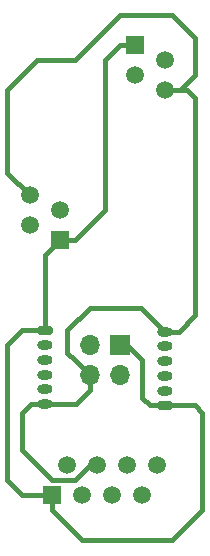
<source format=gtl>
G04 #@! TF.GenerationSoftware,KiCad,Pcbnew,(5.1.10)-1*
G04 #@! TF.CreationDate,2021-10-24T19:52:58-07:00*
G04 #@! TF.ProjectId,project,70726f6a-6563-4742-9e6b-696361645f70,rev?*
G04 #@! TF.SameCoordinates,Original*
G04 #@! TF.FileFunction,Copper,L1,Top*
G04 #@! TF.FilePolarity,Positive*
%FSLAX46Y46*%
G04 Gerber Fmt 4.6, Leading zero omitted, Abs format (unit mm)*
G04 Created by KiCad (PCBNEW (5.1.10)-1) date 2021-10-24 19:52:58*
%MOMM*%
%LPD*%
G01*
G04 APERTURE LIST*
G04 #@! TA.AperFunction,ComponentPad*
%ADD10R,1.500000X1.500000*%
G04 #@! TD*
G04 #@! TA.AperFunction,ComponentPad*
%ADD11C,1.500000*%
G04 #@! TD*
G04 #@! TA.AperFunction,ComponentPad*
%ADD12R,1.700000X1.700000*%
G04 #@! TD*
G04 #@! TA.AperFunction,ComponentPad*
%ADD13O,1.700000X1.700000*%
G04 #@! TD*
G04 #@! TA.AperFunction,ComponentPad*
%ADD14O,1.300000X0.800000*%
G04 #@! TD*
G04 #@! TA.AperFunction,ComponentPad*
%ADD15C,1.520000*%
G04 #@! TD*
G04 #@! TA.AperFunction,ComponentPad*
%ADD16R,1.520000X1.520000*%
G04 #@! TD*
G04 #@! TA.AperFunction,Conductor*
%ADD17C,0.406400*%
G04 #@! TD*
G04 APERTURE END LIST*
D10*
X117475000Y-147320000D03*
D11*
X118745000Y-144780000D03*
X120015000Y-147320000D03*
X121285000Y-144780000D03*
X122555000Y-147320000D03*
X123825000Y-144780000D03*
X125095000Y-147320000D03*
X126365000Y-144780000D03*
D12*
X123190000Y-134620000D03*
D13*
X120650000Y-134620000D03*
X123190000Y-137160000D03*
X120650000Y-137160000D03*
G04 #@! TA.AperFunction,ComponentPad*
G36*
G01*
X116390000Y-132950000D02*
X117290000Y-132950000D01*
G75*
G02*
X117490000Y-133150000I0J-200000D01*
G01*
X117490000Y-133550000D01*
G75*
G02*
X117290000Y-133750000I-200000J0D01*
G01*
X116390000Y-133750000D01*
G75*
G02*
X116190000Y-133550000I0J200000D01*
G01*
X116190000Y-133150000D01*
G75*
G02*
X116390000Y-132950000I200000J0D01*
G01*
G37*
G04 #@! TD.AperFunction*
D14*
X116840000Y-134600000D03*
X116840000Y-135850000D03*
X116840000Y-137100000D03*
X116840000Y-138350000D03*
X116840000Y-139600000D03*
X127000000Y-133450000D03*
X127000000Y-134700000D03*
X127000000Y-135950000D03*
X127000000Y-137200000D03*
X127000000Y-138450000D03*
G04 #@! TA.AperFunction,ComponentPad*
G36*
G01*
X127450000Y-140100000D02*
X126550000Y-140100000D01*
G75*
G02*
X126350000Y-139900000I0J200000D01*
G01*
X126350000Y-139500000D01*
G75*
G02*
X126550000Y-139300000I200000J0D01*
G01*
X127450000Y-139300000D01*
G75*
G02*
X127650000Y-139500000I0J-200000D01*
G01*
X127650000Y-139900000D01*
G75*
G02*
X127450000Y-140100000I-200000J0D01*
G01*
G37*
G04 #@! TD.AperFunction*
D15*
X127000000Y-113030000D03*
X124460000Y-111760000D03*
X127000000Y-110490000D03*
D16*
X124460000Y-109220000D03*
X118110000Y-125730000D03*
D15*
X115570000Y-124460000D03*
X118110000Y-123190000D03*
X115570000Y-121920000D03*
D17*
X121285000Y-144780000D02*
X120650000Y-144780000D01*
X115670000Y-139600000D02*
X116840000Y-139600000D01*
X114935000Y-140335000D02*
X115670000Y-139600000D01*
X114935000Y-143510000D02*
X114935000Y-140335000D01*
X117475000Y-146050000D02*
X114935000Y-143510000D01*
X119380000Y-146050000D02*
X117475000Y-146050000D01*
X120650000Y-144780000D02*
X119380000Y-146050000D01*
X116840000Y-139600000D02*
X119480000Y-139600000D01*
X120650000Y-138430000D02*
X120650000Y-137160000D01*
X119480000Y-139600000D02*
X120650000Y-138430000D01*
X127000000Y-113030000D02*
X128270000Y-113030000D01*
X128270000Y-113030000D02*
X129540000Y-111760000D01*
X129540000Y-111760000D02*
X129540000Y-108585000D01*
X129540000Y-108585000D02*
X127635000Y-106680000D01*
X127635000Y-106680000D02*
X123190000Y-106680000D01*
X123190000Y-106680000D02*
X119380000Y-110490000D01*
X119380000Y-110490000D02*
X116205000Y-110490000D01*
X116205000Y-110490000D02*
X113665000Y-113030000D01*
X113665000Y-113030000D02*
X113665000Y-120015000D01*
X113665000Y-120015000D02*
X115570000Y-121920000D01*
X120650000Y-137160000D02*
X119380000Y-135890000D01*
X124995000Y-131445000D02*
X127000000Y-133450000D01*
X120650000Y-131445000D02*
X124995000Y-131445000D01*
X118745000Y-133350000D02*
X120650000Y-131445000D01*
X118745000Y-135255000D02*
X118745000Y-133350000D01*
X119380000Y-135890000D02*
X118745000Y-135255000D01*
X127000000Y-133450000D02*
X128170000Y-133450000D01*
X128905000Y-113030000D02*
X127000000Y-113030000D01*
X129540000Y-113665000D02*
X128905000Y-113030000D01*
X129540000Y-132080000D02*
X129540000Y-113665000D01*
X128170000Y-133450000D02*
X129540000Y-132080000D01*
X117475000Y-147320000D02*
X114935000Y-147320000D01*
X114935000Y-133350000D02*
X116840000Y-133350000D01*
X113665000Y-134620000D02*
X114935000Y-133350000D01*
X113665000Y-146050000D02*
X113665000Y-134620000D01*
X114935000Y-147320000D02*
X113665000Y-146050000D01*
X116840000Y-133350000D02*
X116840000Y-127000000D01*
X116840000Y-127000000D02*
X118110000Y-125730000D01*
X118110000Y-125730000D02*
X119380000Y-125730000D01*
X123190000Y-109220000D02*
X124460000Y-109220000D01*
X121920000Y-110490000D02*
X123190000Y-109220000D01*
X121920000Y-123190000D02*
X121920000Y-110490000D01*
X119380000Y-125730000D02*
X121920000Y-123190000D01*
X117475000Y-147320000D02*
X117475000Y-148590000D01*
X129540000Y-139700000D02*
X127000000Y-139700000D01*
X130175000Y-140335000D02*
X129540000Y-139700000D01*
X130175000Y-148590000D02*
X130175000Y-140335000D01*
X127635000Y-151130000D02*
X130175000Y-148590000D01*
X120015000Y-151130000D02*
X127635000Y-151130000D01*
X117475000Y-148590000D02*
X120015000Y-151130000D01*
X127000000Y-139700000D02*
X125730000Y-139700000D01*
X123825000Y-134620000D02*
X123190000Y-134620000D01*
X125095000Y-135890000D02*
X123825000Y-134620000D01*
X125095000Y-139065000D02*
X125095000Y-135890000D01*
X125730000Y-139700000D02*
X125095000Y-139065000D01*
M02*

</source>
